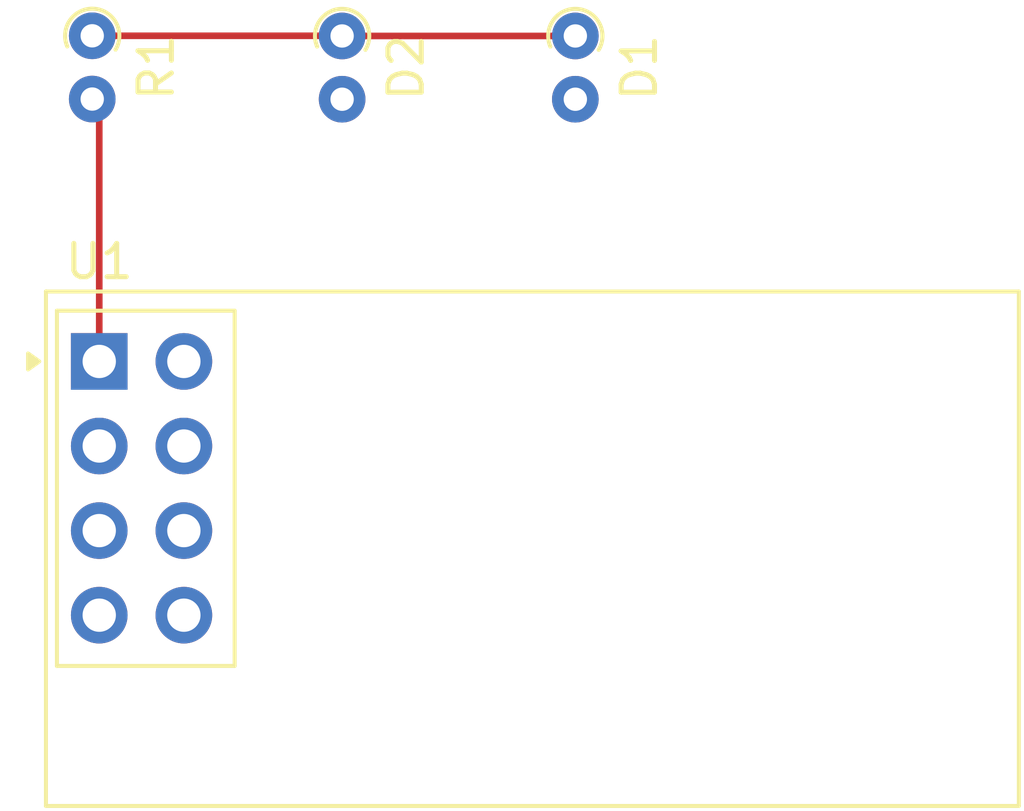
<source format=kicad_pcb>
(kicad_pcb (version 20240108) (generator "pcbnew") (generator_version "8.0")
  (layers (0 "F.Cu" signal) (31 "B.Cu" signal) (34 "B.Paste" user) (35 "F.Paste" user) (36 "B.SilkS" user "B.Silkscreen") (37 "F.SilkS" user "F.Silkscreen") (38 "B.Mask" user) (39 "F.Mask" user) (44 "Edge.Cuts" user))
  (net 0 "")
  (net 1 "Net-(D1-K)")
  (net 4 "Net-(U1-GND)")
  (net 6 "+3.3V")
  (footprint "Resistor_THT:R_Axial_DIN0204_L3.6mm_D1.6mm_P1.90mm_Vertical" (layer "F.Cu") (at 123.5 54.1 -90)
    (property "Reference" "D2" (at 0.95 -1.92 90) (layer "F.SilkS"))
    (property "Value" "LED")
    (fp_arc (start 0.320095 0.749359) (mid -0.813042 -0.054435) (end 0.417133 -0.7) (stroke (width 0.12)) (layer "F.SilkS"))
    (pad "1" thru_hole circle (at 0 0 270) (size 1.4 1.4) (drill 0.7) (layers "*.Cu" "*.Mask") (net 1 "Net-(D1-K)"))
    (pad "2" thru_hole oval (at 1.9 0 270) (size 1.4 1.4) (drill 0.7) (layers "*.Cu" "*.Mask"))
  )
  (footprint "RF_Module:nRF24L01_Breakout" (layer "F.Cu") (at 116.2105 63.875)
    (property "Reference" "U1" (at 0 -3 0) (layer "F.SilkS"))
    (property "Value" "NRF24L01_Breakout")
    (fp_line (start -1.6 -2.1) (end -1.6 -2.1) (stroke (width 0.12)) (layer "F.SilkS"))
    (fp_line (start -1.6 -2.1) (end 27.6 -2.1) (stroke (width 0.12)) (layer "F.SilkS"))
    (fp_line (start -1.6 13.35) (end -1.6 -2.1) (stroke (width 0.12)) (layer "F.SilkS"))
    (fp_line (start -1.27 -1.524) (end -1.27 -1.524) (stroke (width 0.12)) (layer "F.SilkS"))
    (fp_line (start -1.27 -1.524) (end 4.064 -1.524) (stroke (width 0.12)) (layer "F.SilkS"))
    (fp_line (start -1.27 9.144) (end -1.27 -1.524) (stroke (width 0.12)) (layer "F.SilkS"))
    (fp_line (start -1.27 9.144) (end -1.27 9.144) (stroke (width 0.12)) (layer "F.SilkS"))
    (fp_line (start 4.064 -1.524) (end 4.064 9.144) (stroke (width 0.12)) (layer "F.SilkS"))
    (fp_line (start 4.064 9.144) (end -1.27 9.144) (stroke (width 0.12)) (layer "F.SilkS"))
    (fp_line (start 27.6 -2.1) (end 27.6 13.35) (stroke (width 0.12)) (layer "F.SilkS"))
    (fp_line (start 27.6 13.35) (end -1.6 13.35) (stroke (width 0.12)) (layer "F.SilkS"))
    (fp_poly (pts (xy -1.8 0) (xy -2.136 0.24) (xy -2.136 -0.24) (xy -1.8 0)) (stroke (width 0.12)) (fill solid) (layer "F.SilkS"))
    (pad "1" thru_hole rect (at 0 0) (size 1.7 1.7) (drill 1) (layers "*.Cu" "*.Mask") (net 4 "Net-(U1-GND)"))
    (pad "2" thru_hole circle (at 2.54 0) (size 1.7 1.7) (drill 1) (layers "*.Cu" "*.Mask") (net 6 "+3.3V"))
    (pad "3" thru_hole circle (at 0 2.54) (size 1.7 1.7) (drill 1) (layers "*.Cu" "*.Mask"))
    (pad "4" thru_hole circle (at 2.54 2.54) (size 1.7 1.7) (drill 1) (layers "*.Cu" "*.Mask"))
    (pad "5" thru_hole circle (at 0 5.08) (size 1.7 1.7) (drill 1) (layers "*.Cu" "*.Mask"))
    (pad "6" thru_hole circle (at 2.54 5.08) (size 1.7 1.7) (drill 1) (layers "*.Cu" "*.Mask"))
    (pad "7" thru_hole circle (at 0 7.62) (size 1.7 1.7) (drill 1) (layers "*.Cu" "*.Mask"))
    (pad "8" thru_hole circle (at 2.54 7.62) (size 1.7 1.7) (drill 1) (layers "*.Cu" "*.Mask"))
  )
  (footprint "Resistor_THT:R_Axial_DIN0204_L3.6mm_D1.6mm_P1.90mm_Vertical" (layer "F.Cu") (at 116 54.095 -90)
    (property "Reference" "R1" (at 0.95 -1.92 90) (layer "F.SilkS"))
    (property "Value" "220")
    (fp_arc (start 0.320095 0.749359) (mid -0.813042 -0.054435) (end 0.417133 -0.7) (stroke (width 0.12)) (layer "F.SilkS"))
    (pad "1" thru_hole circle (at 0 0 270) (size 1.4 1.4) (drill 0.7) (layers "*.Cu" "*.Mask") (net 1 "Net-(D1-K)"))
    (pad "2" thru_hole oval (at 1.9 0 270) (size 1.4 1.4) (drill 0.7) (layers "*.Cu" "*.Mask") (net 4 "Net-(U1-GND)"))
  )
  (footprint "Resistor_THT:R_Axial_DIN0204_L3.6mm_D1.6mm_P1.90mm_Vertical" (layer "F.Cu") (at 130.5 54.1 -90)
    (property "Reference" "D1" (at 0.95 -1.92 90) (layer "F.SilkS"))
    (property "Value" "LED")
    (fp_arc (start 0.320095 0.749359) (mid -0.813042 -0.054435) (end 0.417133 -0.7) (stroke (width 0.12)) (layer "F.SilkS"))
    (pad "1" thru_hole circle (at 0 0 270) (size 1.4 1.4) (drill 0.7) (layers "*.Cu" "*.Mask") (net 1 "Net-(D1-K)"))
    (pad "2" thru_hole oval (at 1.9 0 270) (size 1.4 1.4) (drill 0.7) (layers "*.Cu" "*.Mask"))
  )
  (segment (start 116 54.095) (end 123.495 54.095) (width 0.2) (layer "F.Cu") (net 1))
  (segment (start 123.5 54.1) (end 130.5 54.1) (width 0.2) (layer "F.Cu") (net 1))
  (segment (start 123.495 54.095) (end 123.5 54.1) (width 0.2) (layer "F.Cu") (net 1))
  (segment (start 116.2105 56.2055) (end 116 55.995) (width 0.2) (layer "F.Cu") (net 4))
  (segment (start 116.2105 63.875) (end 116.2105 56.2055) (width 0.2) (layer "F.Cu") (net 4))
)
</source>
